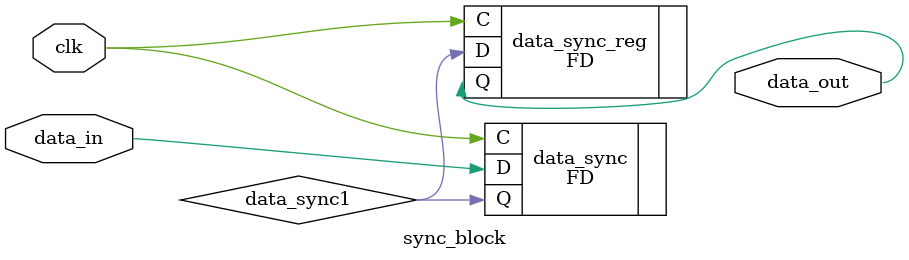
<source format=v>

module sync_block(clk, data_in, data_out);
   
   parameter [1:0] INITIALISE = 2'b00;
   
   input           clk;
   input           data_in;
   output          data_out;
   
   
   // 内部信号
   wire            data_sync1;
     
   
   FD #(INITIALISE[0]) data_sync(.C(clk), .D(data_in), .Q(data_sync1));
   
   
   FD #(INITIALISE[0]) data_sync_reg(.C(clk), .D(data_sync1), .Q(data_out));
   
endmodule

</source>
